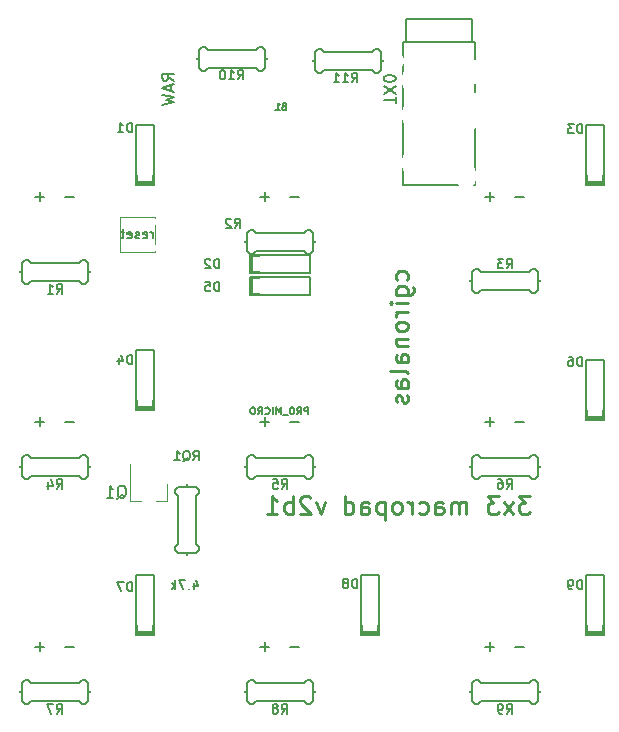
<source format=gbo>
%TF.GenerationSoftware,KiCad,Pcbnew,(5.1.6)-1*%
%TF.CreationDate,2020-12-18T23:07:11-06:00*%
%TF.ProjectId,macropad_3x3,6d616372-6f70-4616-945f-3378332e6b69,rev?*%
%TF.SameCoordinates,Original*%
%TF.FileFunction,Legend,Bot*%
%TF.FilePolarity,Positive*%
%FSLAX46Y46*%
G04 Gerber Fmt 4.6, Leading zero omitted, Abs format (unit mm)*
G04 Created by KiCad (PCBNEW (5.1.6)-1) date 2020-12-18 23:07:11*
%MOMM*%
%LPD*%
G01*
G04 APERTURE LIST*
%ADD10C,0.228600*%
%ADD11C,0.254000*%
%ADD12C,0.150000*%
%ADD13C,0.120000*%
%ADD14C,0.127000*%
%ADD15C,2.101600*%
%ADD16R,2.101600X3.301600*%
%ADD17R,2.101600X2.101600*%
%ADD18R,0.901600X2.001600*%
%ADD19C,1.701600*%
%ADD20R,1.601600X1.301600*%
%ADD21R,1.301600X1.601600*%
%ADD22C,2.351600*%
%ADD23C,4.089400*%
%ADD24C,1.851600*%
%ADD25C,1.801600*%
%ADD26C,0.901600*%
%ADD27C,2.006600*%
%ADD28R,2.006600X2.006600*%
%ADD29R,1.701600X1.701600*%
%ADD30R,1.301600X1.701600*%
%ADD31R,1.701600X1.301600*%
%ADD32O,1.701600X2.101600*%
%ADD33R,0.801600X0.601600*%
%ADD34C,2.082800*%
G04 APERTURE END LIST*
D10*
X61567142Y-42323357D02*
X61638571Y-42180500D01*
X61638571Y-41894785D01*
X61567142Y-41751928D01*
X61495714Y-41680500D01*
X61352857Y-41609071D01*
X60924285Y-41609071D01*
X60781428Y-41680500D01*
X60710000Y-41751928D01*
X60638571Y-41894785D01*
X60638571Y-42180500D01*
X60710000Y-42323357D01*
X60638571Y-43609071D02*
X61852857Y-43609071D01*
X61995714Y-43537642D01*
X62067142Y-43466214D01*
X62138571Y-43323357D01*
X62138571Y-43109071D01*
X62067142Y-42966214D01*
X61567142Y-43609071D02*
X61638571Y-43466214D01*
X61638571Y-43180500D01*
X61567142Y-43037642D01*
X61495714Y-42966214D01*
X61352857Y-42894785D01*
X60924285Y-42894785D01*
X60781428Y-42966214D01*
X60710000Y-43037642D01*
X60638571Y-43180500D01*
X60638571Y-43466214D01*
X60710000Y-43609071D01*
X61638571Y-44323357D02*
X60638571Y-44323357D01*
X60138571Y-44323357D02*
X60210000Y-44251928D01*
X60281428Y-44323357D01*
X60210000Y-44394785D01*
X60138571Y-44323357D01*
X60281428Y-44323357D01*
X61638571Y-45037642D02*
X60638571Y-45037642D01*
X60924285Y-45037642D02*
X60781428Y-45109071D01*
X60710000Y-45180500D01*
X60638571Y-45323357D01*
X60638571Y-45466214D01*
X61638571Y-46180500D02*
X61567142Y-46037642D01*
X61495714Y-45966214D01*
X61352857Y-45894785D01*
X60924285Y-45894785D01*
X60781428Y-45966214D01*
X60710000Y-46037642D01*
X60638571Y-46180500D01*
X60638571Y-46394785D01*
X60710000Y-46537642D01*
X60781428Y-46609071D01*
X60924285Y-46680500D01*
X61352857Y-46680500D01*
X61495714Y-46609071D01*
X61567142Y-46537642D01*
X61638571Y-46394785D01*
X61638571Y-46180500D01*
X60638571Y-47323357D02*
X61638571Y-47323357D01*
X60781428Y-47323357D02*
X60710000Y-47394785D01*
X60638571Y-47537642D01*
X60638571Y-47751928D01*
X60710000Y-47894785D01*
X60852857Y-47966214D01*
X61638571Y-47966214D01*
X61638571Y-49323357D02*
X60852857Y-49323357D01*
X60710000Y-49251928D01*
X60638571Y-49109071D01*
X60638571Y-48823357D01*
X60710000Y-48680500D01*
X61567142Y-49323357D02*
X61638571Y-49180500D01*
X61638571Y-48823357D01*
X61567142Y-48680500D01*
X61424285Y-48609071D01*
X61281428Y-48609071D01*
X61138571Y-48680500D01*
X61067142Y-48823357D01*
X61067142Y-49180500D01*
X60995714Y-49323357D01*
X61638571Y-50251928D02*
X61567142Y-50109071D01*
X61424285Y-50037642D01*
X60138571Y-50037642D01*
X61638571Y-51466214D02*
X60852857Y-51466214D01*
X60710000Y-51394785D01*
X60638571Y-51251928D01*
X60638571Y-50966214D01*
X60710000Y-50823357D01*
X61567142Y-51466214D02*
X61638571Y-51323357D01*
X61638571Y-50966214D01*
X61567142Y-50823357D01*
X61424285Y-50751928D01*
X61281428Y-50751928D01*
X61138571Y-50823357D01*
X61067142Y-50966214D01*
X61067142Y-51323357D01*
X60995714Y-51466214D01*
X61567142Y-52109071D02*
X61638571Y-52251928D01*
X61638571Y-52537642D01*
X61567142Y-52680500D01*
X61424285Y-52751928D01*
X61352857Y-52751928D01*
X61210000Y-52680500D01*
X61138571Y-52537642D01*
X61138571Y-52323357D01*
X61067142Y-52180500D01*
X60924285Y-52109071D01*
X60852857Y-52109071D01*
X60710000Y-52180500D01*
X60638571Y-52323357D01*
X60638571Y-52537642D01*
X60710000Y-52680500D01*
D11*
X71975857Y-60646571D02*
X71047285Y-60646571D01*
X71547285Y-61218000D01*
X71333000Y-61218000D01*
X71190142Y-61289428D01*
X71118714Y-61360857D01*
X71047285Y-61503714D01*
X71047285Y-61860857D01*
X71118714Y-62003714D01*
X71190142Y-62075142D01*
X71333000Y-62146571D01*
X71761571Y-62146571D01*
X71904428Y-62075142D01*
X71975857Y-62003714D01*
X70547285Y-62146571D02*
X69761571Y-61146571D01*
X70547285Y-61146571D02*
X69761571Y-62146571D01*
X69333000Y-60646571D02*
X68404428Y-60646571D01*
X68904428Y-61218000D01*
X68690142Y-61218000D01*
X68547285Y-61289428D01*
X68475857Y-61360857D01*
X68404428Y-61503714D01*
X68404428Y-61860857D01*
X68475857Y-62003714D01*
X68547285Y-62075142D01*
X68690142Y-62146571D01*
X69118714Y-62146571D01*
X69261571Y-62075142D01*
X69333000Y-62003714D01*
X66618714Y-62146571D02*
X66618714Y-61146571D01*
X66618714Y-61289428D02*
X66547285Y-61218000D01*
X66404428Y-61146571D01*
X66190142Y-61146571D01*
X66047285Y-61218000D01*
X65975857Y-61360857D01*
X65975857Y-62146571D01*
X65975857Y-61360857D02*
X65904428Y-61218000D01*
X65761571Y-61146571D01*
X65547285Y-61146571D01*
X65404428Y-61218000D01*
X65333000Y-61360857D01*
X65333000Y-62146571D01*
X63975857Y-62146571D02*
X63975857Y-61360857D01*
X64047285Y-61218000D01*
X64190142Y-61146571D01*
X64475857Y-61146571D01*
X64618714Y-61218000D01*
X63975857Y-62075142D02*
X64118714Y-62146571D01*
X64475857Y-62146571D01*
X64618714Y-62075142D01*
X64690142Y-61932285D01*
X64690142Y-61789428D01*
X64618714Y-61646571D01*
X64475857Y-61575142D01*
X64118714Y-61575142D01*
X63975857Y-61503714D01*
X62618714Y-62075142D02*
X62761571Y-62146571D01*
X63047285Y-62146571D01*
X63190142Y-62075142D01*
X63261571Y-62003714D01*
X63333000Y-61860857D01*
X63333000Y-61432285D01*
X63261571Y-61289428D01*
X63190142Y-61218000D01*
X63047285Y-61146571D01*
X62761571Y-61146571D01*
X62618714Y-61218000D01*
X61975857Y-62146571D02*
X61975857Y-61146571D01*
X61975857Y-61432285D02*
X61904428Y-61289428D01*
X61833000Y-61218000D01*
X61690142Y-61146571D01*
X61547285Y-61146571D01*
X60833000Y-62146571D02*
X60975857Y-62075142D01*
X61047285Y-62003714D01*
X61118714Y-61860857D01*
X61118714Y-61432285D01*
X61047285Y-61289428D01*
X60975857Y-61218000D01*
X60833000Y-61146571D01*
X60618714Y-61146571D01*
X60475857Y-61218000D01*
X60404428Y-61289428D01*
X60333000Y-61432285D01*
X60333000Y-61860857D01*
X60404428Y-62003714D01*
X60475857Y-62075142D01*
X60618714Y-62146571D01*
X60833000Y-62146571D01*
X59690142Y-61146571D02*
X59690142Y-62646571D01*
X59690142Y-61218000D02*
X59547285Y-61146571D01*
X59261571Y-61146571D01*
X59118714Y-61218000D01*
X59047285Y-61289428D01*
X58975857Y-61432285D01*
X58975857Y-61860857D01*
X59047285Y-62003714D01*
X59118714Y-62075142D01*
X59261571Y-62146571D01*
X59547285Y-62146571D01*
X59690142Y-62075142D01*
X57690142Y-62146571D02*
X57690142Y-61360857D01*
X57761571Y-61218000D01*
X57904428Y-61146571D01*
X58190142Y-61146571D01*
X58333000Y-61218000D01*
X57690142Y-62075142D02*
X57833000Y-62146571D01*
X58190142Y-62146571D01*
X58333000Y-62075142D01*
X58404428Y-61932285D01*
X58404428Y-61789428D01*
X58333000Y-61646571D01*
X58190142Y-61575142D01*
X57833000Y-61575142D01*
X57690142Y-61503714D01*
X56333000Y-62146571D02*
X56333000Y-60646571D01*
X56333000Y-62075142D02*
X56475857Y-62146571D01*
X56761571Y-62146571D01*
X56904428Y-62075142D01*
X56975857Y-62003714D01*
X57047285Y-61860857D01*
X57047285Y-61432285D01*
X56975857Y-61289428D01*
X56904428Y-61218000D01*
X56761571Y-61146571D01*
X56475857Y-61146571D01*
X56333000Y-61218000D01*
X54618714Y-61146571D02*
X54261571Y-62146571D01*
X53904428Y-61146571D01*
X53404428Y-60789428D02*
X53333000Y-60718000D01*
X53190142Y-60646571D01*
X52833000Y-60646571D01*
X52690142Y-60718000D01*
X52618714Y-60789428D01*
X52547285Y-60932285D01*
X52547285Y-61075142D01*
X52618714Y-61289428D01*
X53475857Y-62146571D01*
X52547285Y-62146571D01*
X51904428Y-62146571D02*
X51904428Y-60646571D01*
X51904428Y-61218000D02*
X51761571Y-61146571D01*
X51475857Y-61146571D01*
X51333000Y-61218000D01*
X51261571Y-61289428D01*
X51190142Y-61432285D01*
X51190142Y-61860857D01*
X51261571Y-62003714D01*
X51333000Y-62075142D01*
X51475857Y-62146571D01*
X51761571Y-62146571D01*
X51904428Y-62075142D01*
X49761571Y-62146571D02*
X50618714Y-62146571D01*
X50190142Y-62146571D02*
X50190142Y-60646571D01*
X50333000Y-60860857D01*
X50475857Y-61003714D01*
X50618714Y-61075142D01*
D12*
X60618619Y-27400095D02*
X60618619Y-26828666D01*
X59618619Y-27114380D02*
X60618619Y-27114380D01*
X60618619Y-26590571D02*
X59618619Y-25923904D01*
X60618619Y-25923904D02*
X59618619Y-26590571D01*
X60618619Y-25352476D02*
X60618619Y-25257238D01*
X60571000Y-25162000D01*
X60523380Y-25114380D01*
X60428142Y-25066761D01*
X60237666Y-25019142D01*
X59999571Y-25019142D01*
X59809095Y-25066761D01*
X59713857Y-25114380D01*
X59666238Y-25162000D01*
X59618619Y-25257238D01*
X59618619Y-25352476D01*
X59666238Y-25447714D01*
X59713857Y-25495333D01*
X59809095Y-25542952D01*
X59999571Y-25590571D01*
X60237666Y-25590571D01*
X60428142Y-25542952D01*
X60523380Y-25495333D01*
X60571000Y-25447714D01*
X60618619Y-25352476D01*
X41854380Y-25471523D02*
X41378190Y-25138190D01*
X41854380Y-24900095D02*
X40854380Y-24900095D01*
X40854380Y-25281047D01*
X40902000Y-25376285D01*
X40949619Y-25423904D01*
X41044857Y-25471523D01*
X41187714Y-25471523D01*
X41282952Y-25423904D01*
X41330571Y-25376285D01*
X41378190Y-25281047D01*
X41378190Y-24900095D01*
X41568666Y-25852476D02*
X41568666Y-26328666D01*
X41854380Y-25757238D02*
X40854380Y-26090571D01*
X41854380Y-26423904D01*
X40854380Y-26662000D02*
X41854380Y-26900095D01*
X41140095Y-27090571D01*
X41854380Y-27281047D01*
X40854380Y-27519142D01*
D13*
%TO.C,Q1*%
X41267500Y-61085000D02*
X40337500Y-61085000D01*
X38107500Y-61085000D02*
X39037500Y-61085000D01*
X38107500Y-61085000D02*
X38107500Y-57925000D01*
X41267500Y-61085000D02*
X41267500Y-59625000D01*
D12*
%TO.C,R11*%
X53811000Y-23812500D02*
X53303000Y-23812500D01*
X59907000Y-23812500D02*
X59399000Y-23812500D01*
X59399000Y-24574500D02*
X59399000Y-23050500D01*
X59145000Y-24828500D02*
X59399000Y-24574500D01*
X58891000Y-24828500D02*
X59145000Y-24828500D01*
X58637000Y-24574500D02*
X58891000Y-24828500D01*
X54573000Y-24574500D02*
X58637000Y-24574500D01*
X54319000Y-24828500D02*
X54573000Y-24574500D01*
X54065000Y-24828500D02*
X54319000Y-24828500D01*
X53811000Y-24574500D02*
X54065000Y-24828500D01*
X53811000Y-23050500D02*
X53811000Y-24574500D01*
X54065000Y-22796500D02*
X53811000Y-23050500D01*
X54319000Y-22796500D02*
X54065000Y-22796500D01*
X54573000Y-23050500D02*
X54319000Y-22796500D01*
X58637000Y-23050500D02*
X54573000Y-23050500D01*
X58891000Y-22796500D02*
X58637000Y-23050500D01*
X59145000Y-22796500D02*
X58891000Y-22796500D01*
X59399000Y-23050500D02*
X59145000Y-22796500D01*
%TO.C,R10*%
X49556500Y-23622000D02*
X50064500Y-23622000D01*
X43460500Y-23622000D02*
X43968500Y-23622000D01*
X43968500Y-22860000D02*
X43968500Y-24384000D01*
X44222500Y-22606000D02*
X43968500Y-22860000D01*
X44476500Y-22606000D02*
X44222500Y-22606000D01*
X44730500Y-22860000D02*
X44476500Y-22606000D01*
X48794500Y-22860000D02*
X44730500Y-22860000D01*
X49048500Y-22606000D02*
X48794500Y-22860000D01*
X49302500Y-22606000D02*
X49048500Y-22606000D01*
X49556500Y-22860000D02*
X49302500Y-22606000D01*
X49556500Y-24384000D02*
X49556500Y-22860000D01*
X49302500Y-24638000D02*
X49556500Y-24384000D01*
X49048500Y-24638000D02*
X49302500Y-24638000D01*
X48794500Y-24384000D02*
X49048500Y-24638000D01*
X44730500Y-24384000D02*
X48794500Y-24384000D01*
X44476500Y-24638000D02*
X44730500Y-24384000D01*
X44222500Y-24638000D02*
X44476500Y-24638000D01*
X43968500Y-24384000D02*
X44222500Y-24638000D01*
%TO.C,R9*%
X67056000Y-77216000D02*
X66548000Y-77216000D01*
X73152000Y-77216000D02*
X72644000Y-77216000D01*
X72644000Y-77978000D02*
X72644000Y-76454000D01*
X72390000Y-78232000D02*
X72644000Y-77978000D01*
X72136000Y-78232000D02*
X72390000Y-78232000D01*
X71882000Y-77978000D02*
X72136000Y-78232000D01*
X67818000Y-77978000D02*
X71882000Y-77978000D01*
X67564000Y-78232000D02*
X67818000Y-77978000D01*
X67310000Y-78232000D02*
X67564000Y-78232000D01*
X67056000Y-77978000D02*
X67310000Y-78232000D01*
X67056000Y-76454000D02*
X67056000Y-77978000D01*
X67310000Y-76200000D02*
X67056000Y-76454000D01*
X67564000Y-76200000D02*
X67310000Y-76200000D01*
X67818000Y-76454000D02*
X67564000Y-76200000D01*
X71882000Y-76454000D02*
X67818000Y-76454000D01*
X72136000Y-76200000D02*
X71882000Y-76454000D01*
X72390000Y-76200000D02*
X72136000Y-76200000D01*
X72644000Y-76454000D02*
X72390000Y-76200000D01*
%TO.C,R8*%
X48006000Y-77216000D02*
X47498000Y-77216000D01*
X54102000Y-77216000D02*
X53594000Y-77216000D01*
X53594000Y-77978000D02*
X53594000Y-76454000D01*
X53340000Y-78232000D02*
X53594000Y-77978000D01*
X53086000Y-78232000D02*
X53340000Y-78232000D01*
X52832000Y-77978000D02*
X53086000Y-78232000D01*
X48768000Y-77978000D02*
X52832000Y-77978000D01*
X48514000Y-78232000D02*
X48768000Y-77978000D01*
X48260000Y-78232000D02*
X48514000Y-78232000D01*
X48006000Y-77978000D02*
X48260000Y-78232000D01*
X48006000Y-76454000D02*
X48006000Y-77978000D01*
X48260000Y-76200000D02*
X48006000Y-76454000D01*
X48514000Y-76200000D02*
X48260000Y-76200000D01*
X48768000Y-76454000D02*
X48514000Y-76200000D01*
X52832000Y-76454000D02*
X48768000Y-76454000D01*
X53086000Y-76200000D02*
X52832000Y-76454000D01*
X53340000Y-76200000D02*
X53086000Y-76200000D01*
X53594000Y-76454000D02*
X53340000Y-76200000D01*
%TO.C,R7*%
X28956000Y-77216000D02*
X28448000Y-77216000D01*
X35052000Y-77216000D02*
X34544000Y-77216000D01*
X34544000Y-77978000D02*
X34544000Y-76454000D01*
X34290000Y-78232000D02*
X34544000Y-77978000D01*
X34036000Y-78232000D02*
X34290000Y-78232000D01*
X33782000Y-77978000D02*
X34036000Y-78232000D01*
X29718000Y-77978000D02*
X33782000Y-77978000D01*
X29464000Y-78232000D02*
X29718000Y-77978000D01*
X29210000Y-78232000D02*
X29464000Y-78232000D01*
X28956000Y-77978000D02*
X29210000Y-78232000D01*
X28956000Y-76454000D02*
X28956000Y-77978000D01*
X29210000Y-76200000D02*
X28956000Y-76454000D01*
X29464000Y-76200000D02*
X29210000Y-76200000D01*
X29718000Y-76454000D02*
X29464000Y-76200000D01*
X33782000Y-76454000D02*
X29718000Y-76454000D01*
X34036000Y-76200000D02*
X33782000Y-76454000D01*
X34290000Y-76200000D02*
X34036000Y-76200000D01*
X34544000Y-76454000D02*
X34290000Y-76200000D01*
%TO.C,R6*%
X67056000Y-58166000D02*
X66548000Y-58166000D01*
X73152000Y-58166000D02*
X72644000Y-58166000D01*
X72644000Y-58928000D02*
X72644000Y-57404000D01*
X72390000Y-59182000D02*
X72644000Y-58928000D01*
X72136000Y-59182000D02*
X72390000Y-59182000D01*
X71882000Y-58928000D02*
X72136000Y-59182000D01*
X67818000Y-58928000D02*
X71882000Y-58928000D01*
X67564000Y-59182000D02*
X67818000Y-58928000D01*
X67310000Y-59182000D02*
X67564000Y-59182000D01*
X67056000Y-58928000D02*
X67310000Y-59182000D01*
X67056000Y-57404000D02*
X67056000Y-58928000D01*
X67310000Y-57150000D02*
X67056000Y-57404000D01*
X67564000Y-57150000D02*
X67310000Y-57150000D01*
X67818000Y-57404000D02*
X67564000Y-57150000D01*
X71882000Y-57404000D02*
X67818000Y-57404000D01*
X72136000Y-57150000D02*
X71882000Y-57404000D01*
X72390000Y-57150000D02*
X72136000Y-57150000D01*
X72644000Y-57404000D02*
X72390000Y-57150000D01*
%TO.C,R5*%
X48006000Y-58166000D02*
X47498000Y-58166000D01*
X54102000Y-58166000D02*
X53594000Y-58166000D01*
X53594000Y-58928000D02*
X53594000Y-57404000D01*
X53340000Y-59182000D02*
X53594000Y-58928000D01*
X53086000Y-59182000D02*
X53340000Y-59182000D01*
X52832000Y-58928000D02*
X53086000Y-59182000D01*
X48768000Y-58928000D02*
X52832000Y-58928000D01*
X48514000Y-59182000D02*
X48768000Y-58928000D01*
X48260000Y-59182000D02*
X48514000Y-59182000D01*
X48006000Y-58928000D02*
X48260000Y-59182000D01*
X48006000Y-57404000D02*
X48006000Y-58928000D01*
X48260000Y-57150000D02*
X48006000Y-57404000D01*
X48514000Y-57150000D02*
X48260000Y-57150000D01*
X48768000Y-57404000D02*
X48514000Y-57150000D01*
X52832000Y-57404000D02*
X48768000Y-57404000D01*
X53086000Y-57150000D02*
X52832000Y-57404000D01*
X53340000Y-57150000D02*
X53086000Y-57150000D01*
X53594000Y-57404000D02*
X53340000Y-57150000D01*
%TO.C,R4*%
X28956000Y-58166000D02*
X28448000Y-58166000D01*
X35052000Y-58166000D02*
X34544000Y-58166000D01*
X34544000Y-58928000D02*
X34544000Y-57404000D01*
X34290000Y-59182000D02*
X34544000Y-58928000D01*
X34036000Y-59182000D02*
X34290000Y-59182000D01*
X33782000Y-58928000D02*
X34036000Y-59182000D01*
X29718000Y-58928000D02*
X33782000Y-58928000D01*
X29464000Y-59182000D02*
X29718000Y-58928000D01*
X29210000Y-59182000D02*
X29464000Y-59182000D01*
X28956000Y-58928000D02*
X29210000Y-59182000D01*
X28956000Y-57404000D02*
X28956000Y-58928000D01*
X29210000Y-57150000D02*
X28956000Y-57404000D01*
X29464000Y-57150000D02*
X29210000Y-57150000D01*
X29718000Y-57404000D02*
X29464000Y-57150000D01*
X33782000Y-57404000D02*
X29718000Y-57404000D01*
X34036000Y-57150000D02*
X33782000Y-57404000D01*
X34290000Y-57150000D02*
X34036000Y-57150000D01*
X34544000Y-57404000D02*
X34290000Y-57150000D01*
%TO.C,R3*%
X67056000Y-42418000D02*
X66548000Y-42418000D01*
X73152000Y-42418000D02*
X72644000Y-42418000D01*
X72644000Y-43180000D02*
X72644000Y-41656000D01*
X72390000Y-43434000D02*
X72644000Y-43180000D01*
X72136000Y-43434000D02*
X72390000Y-43434000D01*
X71882000Y-43180000D02*
X72136000Y-43434000D01*
X67818000Y-43180000D02*
X71882000Y-43180000D01*
X67564000Y-43434000D02*
X67818000Y-43180000D01*
X67310000Y-43434000D02*
X67564000Y-43434000D01*
X67056000Y-43180000D02*
X67310000Y-43434000D01*
X67056000Y-41656000D02*
X67056000Y-43180000D01*
X67310000Y-41402000D02*
X67056000Y-41656000D01*
X67564000Y-41402000D02*
X67310000Y-41402000D01*
X67818000Y-41656000D02*
X67564000Y-41402000D01*
X71882000Y-41656000D02*
X67818000Y-41656000D01*
X72136000Y-41402000D02*
X71882000Y-41656000D01*
X72390000Y-41402000D02*
X72136000Y-41402000D01*
X72644000Y-41656000D02*
X72390000Y-41402000D01*
%TO.C,R2*%
X48006000Y-39116000D02*
X47498000Y-39116000D01*
X54102000Y-39116000D02*
X53594000Y-39116000D01*
X53594000Y-39878000D02*
X53594000Y-38354000D01*
X53340000Y-40132000D02*
X53594000Y-39878000D01*
X53086000Y-40132000D02*
X53340000Y-40132000D01*
X52832000Y-39878000D02*
X53086000Y-40132000D01*
X48768000Y-39878000D02*
X52832000Y-39878000D01*
X48514000Y-40132000D02*
X48768000Y-39878000D01*
X48260000Y-40132000D02*
X48514000Y-40132000D01*
X48006000Y-39878000D02*
X48260000Y-40132000D01*
X48006000Y-38354000D02*
X48006000Y-39878000D01*
X48260000Y-38100000D02*
X48006000Y-38354000D01*
X48514000Y-38100000D02*
X48260000Y-38100000D01*
X48768000Y-38354000D02*
X48514000Y-38100000D01*
X52832000Y-38354000D02*
X48768000Y-38354000D01*
X53086000Y-38100000D02*
X52832000Y-38354000D01*
X53340000Y-38100000D02*
X53086000Y-38100000D01*
X53594000Y-38354000D02*
X53340000Y-38100000D01*
%TO.C,R1*%
X28956000Y-41656000D02*
X28448000Y-41656000D01*
X35052000Y-41656000D02*
X34544000Y-41656000D01*
X34544000Y-42418000D02*
X34544000Y-40894000D01*
X34290000Y-42672000D02*
X34544000Y-42418000D01*
X34036000Y-42672000D02*
X34290000Y-42672000D01*
X33782000Y-42418000D02*
X34036000Y-42672000D01*
X29718000Y-42418000D02*
X33782000Y-42418000D01*
X29464000Y-42672000D02*
X29718000Y-42418000D01*
X29210000Y-42672000D02*
X29464000Y-42672000D01*
X28956000Y-42418000D02*
X29210000Y-42672000D01*
X28956000Y-40894000D02*
X28956000Y-42418000D01*
X29210000Y-40640000D02*
X28956000Y-40894000D01*
X29464000Y-40640000D02*
X29210000Y-40640000D01*
X29718000Y-40894000D02*
X29464000Y-40640000D01*
X33782000Y-40894000D02*
X29718000Y-40894000D01*
X34036000Y-40640000D02*
X33782000Y-40894000D01*
X34290000Y-40640000D02*
X34036000Y-40640000D01*
X34544000Y-40894000D02*
X34290000Y-40640000D01*
%TO.C,RQ1*%
X43688000Y-59907000D02*
X43942000Y-60161000D01*
X43942000Y-60161000D02*
X43942000Y-60415000D01*
X43942000Y-60415000D02*
X43688000Y-60669000D01*
X43688000Y-60669000D02*
X43688000Y-64733000D01*
X43688000Y-64733000D02*
X43942000Y-64987000D01*
X43942000Y-64987000D02*
X43942000Y-65241000D01*
X43942000Y-65241000D02*
X43688000Y-65495000D01*
X43688000Y-65495000D02*
X42164000Y-65495000D01*
X42164000Y-65495000D02*
X41910000Y-65241000D01*
X41910000Y-65241000D02*
X41910000Y-64987000D01*
X41910000Y-64987000D02*
X42164000Y-64733000D01*
X42164000Y-64733000D02*
X42164000Y-60669000D01*
X42164000Y-60669000D02*
X41910000Y-60415000D01*
X41910000Y-60415000D02*
X41910000Y-60161000D01*
X41910000Y-60161000D02*
X42164000Y-59907000D01*
X42164000Y-59907000D02*
X43688000Y-59907000D01*
X42926000Y-59399000D02*
X42926000Y-59907000D01*
X42926000Y-65495000D02*
X42926000Y-66003000D01*
%TO.C,D9*%
X76708000Y-67310000D02*
X76708000Y-72390000D01*
X76708000Y-72390000D02*
X78232000Y-72390000D01*
X78232000Y-72390000D02*
X78232000Y-67310000D01*
X78232000Y-67310000D02*
X76708000Y-67310000D01*
X76708000Y-72009000D02*
X78232000Y-72009000D01*
X78232000Y-72136000D02*
X76708000Y-72136000D01*
X76708000Y-72263000D02*
X78232000Y-72263000D01*
X78232000Y-71882000D02*
X76708000Y-71882000D01*
X76708000Y-71755000D02*
X78232000Y-71755000D01*
X76708000Y-71628000D02*
X78232000Y-71628000D01*
%TO.C,D8*%
X57658000Y-67310000D02*
X57658000Y-72390000D01*
X57658000Y-72390000D02*
X59182000Y-72390000D01*
X59182000Y-72390000D02*
X59182000Y-67310000D01*
X59182000Y-67310000D02*
X57658000Y-67310000D01*
X57658000Y-72009000D02*
X59182000Y-72009000D01*
X59182000Y-72136000D02*
X57658000Y-72136000D01*
X57658000Y-72263000D02*
X59182000Y-72263000D01*
X59182000Y-71882000D02*
X57658000Y-71882000D01*
X57658000Y-71755000D02*
X59182000Y-71755000D01*
X57658000Y-71628000D02*
X59182000Y-71628000D01*
%TO.C,D7*%
X38608000Y-67310000D02*
X38608000Y-72390000D01*
X38608000Y-72390000D02*
X40132000Y-72390000D01*
X40132000Y-72390000D02*
X40132000Y-67310000D01*
X40132000Y-67310000D02*
X38608000Y-67310000D01*
X38608000Y-72009000D02*
X40132000Y-72009000D01*
X40132000Y-72136000D02*
X38608000Y-72136000D01*
X38608000Y-72263000D02*
X40132000Y-72263000D01*
X40132000Y-71882000D02*
X38608000Y-71882000D01*
X38608000Y-71755000D02*
X40132000Y-71755000D01*
X38608000Y-71628000D02*
X40132000Y-71628000D01*
%TO.C,D6*%
X76708000Y-49122500D02*
X76708000Y-54202500D01*
X76708000Y-54202500D02*
X78232000Y-54202500D01*
X78232000Y-54202500D02*
X78232000Y-49122500D01*
X78232000Y-49122500D02*
X76708000Y-49122500D01*
X76708000Y-53821500D02*
X78232000Y-53821500D01*
X78232000Y-53948500D02*
X76708000Y-53948500D01*
X76708000Y-54075500D02*
X78232000Y-54075500D01*
X78232000Y-53694500D02*
X76708000Y-53694500D01*
X76708000Y-53567500D02*
X78232000Y-53567500D01*
X76708000Y-53440500D02*
X78232000Y-53440500D01*
%TO.C,D5*%
X53340000Y-42100500D02*
X48260000Y-42100500D01*
X48260000Y-42100500D02*
X48260000Y-43624500D01*
X48260000Y-43624500D02*
X53340000Y-43624500D01*
X53340000Y-43624500D02*
X53340000Y-42100500D01*
X48641000Y-42100500D02*
X48641000Y-43624500D01*
X48514000Y-43624500D02*
X48514000Y-42100500D01*
X48387000Y-42100500D02*
X48387000Y-43624500D01*
X48768000Y-43624500D02*
X48768000Y-42100500D01*
X48895000Y-42100500D02*
X48895000Y-43624500D01*
X49022000Y-42100500D02*
X49022000Y-43624500D01*
%TO.C,D4*%
X38608000Y-48260000D02*
X38608000Y-53340000D01*
X38608000Y-53340000D02*
X40132000Y-53340000D01*
X40132000Y-53340000D02*
X40132000Y-48260000D01*
X40132000Y-48260000D02*
X38608000Y-48260000D01*
X38608000Y-52959000D02*
X40132000Y-52959000D01*
X40132000Y-53086000D02*
X38608000Y-53086000D01*
X38608000Y-53213000D02*
X40132000Y-53213000D01*
X40132000Y-52832000D02*
X38608000Y-52832000D01*
X38608000Y-52705000D02*
X40132000Y-52705000D01*
X38608000Y-52578000D02*
X40132000Y-52578000D01*
%TO.C,D3*%
X76708000Y-29210000D02*
X76708000Y-34290000D01*
X76708000Y-34290000D02*
X78232000Y-34290000D01*
X78232000Y-34290000D02*
X78232000Y-29210000D01*
X78232000Y-29210000D02*
X76708000Y-29210000D01*
X76708000Y-33909000D02*
X78232000Y-33909000D01*
X78232000Y-34036000D02*
X76708000Y-34036000D01*
X76708000Y-34163000D02*
X78232000Y-34163000D01*
X78232000Y-33782000D02*
X76708000Y-33782000D01*
X76708000Y-33655000D02*
X78232000Y-33655000D01*
X76708000Y-33528000D02*
X78232000Y-33528000D01*
%TO.C,D2*%
X53340000Y-40259000D02*
X48260000Y-40259000D01*
X48260000Y-40259000D02*
X48260000Y-41783000D01*
X48260000Y-41783000D02*
X53340000Y-41783000D01*
X53340000Y-41783000D02*
X53340000Y-40259000D01*
X48641000Y-40259000D02*
X48641000Y-41783000D01*
X48514000Y-41783000D02*
X48514000Y-40259000D01*
X48387000Y-40259000D02*
X48387000Y-41783000D01*
X48768000Y-41783000D02*
X48768000Y-40259000D01*
X48895000Y-40259000D02*
X48895000Y-41783000D01*
X49022000Y-40259000D02*
X49022000Y-41783000D01*
%TO.C,D1*%
X38608000Y-29210000D02*
X38608000Y-34290000D01*
X38608000Y-34290000D02*
X40132000Y-34290000D01*
X40132000Y-34290000D02*
X40132000Y-29210000D01*
X40132000Y-29210000D02*
X38608000Y-29210000D01*
X38608000Y-33909000D02*
X40132000Y-33909000D01*
X40132000Y-34036000D02*
X38608000Y-34036000D01*
X38608000Y-34163000D02*
X40132000Y-34163000D01*
X40132000Y-33782000D02*
X38608000Y-33782000D01*
X38608000Y-33655000D02*
X40132000Y-33655000D01*
X38608000Y-33528000D02*
X40132000Y-33528000D01*
%TO.C,U1*%
X61243750Y-22225000D02*
X67343750Y-22225000D01*
X61243750Y-34325000D02*
X67343750Y-34325000D01*
X61243750Y-22225000D02*
X61243750Y-34325000D01*
X67343750Y-22225000D02*
X67343750Y-34325000D01*
X61493750Y-22225000D02*
X61493750Y-20225000D01*
X67093750Y-22225000D02*
X67093750Y-20225000D01*
X61493750Y-20225000D02*
X67093750Y-20225000D01*
D13*
%TO.C,reset*%
X40257000Y-40024000D02*
X37257000Y-40024000D01*
X40257000Y-37024000D02*
X37257000Y-37024000D01*
X40257000Y-40024000D02*
X40257000Y-37024000D01*
X37257000Y-40024000D02*
X37257000Y-37024000D01*
%TO.C,Q1*%
D12*
X37052238Y-60872619D02*
X37147476Y-60825000D01*
X37242714Y-60729761D01*
X37385571Y-60586904D01*
X37480809Y-60539285D01*
X37576047Y-60539285D01*
X37528428Y-60777380D02*
X37623666Y-60729761D01*
X37718904Y-60634523D01*
X37766523Y-60444047D01*
X37766523Y-60110714D01*
X37718904Y-59920238D01*
X37623666Y-59825000D01*
X37528428Y-59777380D01*
X37337952Y-59777380D01*
X37242714Y-59825000D01*
X37147476Y-59920238D01*
X37099857Y-60110714D01*
X37099857Y-60444047D01*
X37147476Y-60634523D01*
X37242714Y-60729761D01*
X37337952Y-60777380D01*
X37528428Y-60777380D01*
X36147476Y-60777380D02*
X36718904Y-60777380D01*
X36433190Y-60777380D02*
X36433190Y-59777380D01*
X36528428Y-59920238D01*
X36623666Y-60015476D01*
X36718904Y-60063095D01*
%TO.C,R11*%
X56902285Y-25634904D02*
X57168952Y-25253952D01*
X57359428Y-25634904D02*
X57359428Y-24834904D01*
X57054666Y-24834904D01*
X56978476Y-24873000D01*
X56940380Y-24911095D01*
X56902285Y-24987285D01*
X56902285Y-25101571D01*
X56940380Y-25177761D01*
X56978476Y-25215857D01*
X57054666Y-25253952D01*
X57359428Y-25253952D01*
X56140380Y-25634904D02*
X56597523Y-25634904D01*
X56368952Y-25634904D02*
X56368952Y-24834904D01*
X56445142Y-24949190D01*
X56521333Y-25025380D01*
X56597523Y-25063476D01*
X55378476Y-25634904D02*
X55835619Y-25634904D01*
X55607047Y-25634904D02*
X55607047Y-24834904D01*
X55683238Y-24949190D01*
X55759428Y-25025380D01*
X55835619Y-25063476D01*
%TO.C,R10*%
X47251385Y-25380904D02*
X47518052Y-24999952D01*
X47708528Y-25380904D02*
X47708528Y-24580904D01*
X47403766Y-24580904D01*
X47327576Y-24619000D01*
X47289480Y-24657095D01*
X47251385Y-24733285D01*
X47251385Y-24847571D01*
X47289480Y-24923761D01*
X47327576Y-24961857D01*
X47403766Y-24999952D01*
X47708528Y-24999952D01*
X46489480Y-25380904D02*
X46946623Y-25380904D01*
X46718052Y-25380904D02*
X46718052Y-24580904D01*
X46794242Y-24695190D01*
X46870433Y-24771380D01*
X46946623Y-24809476D01*
X45994242Y-24580904D02*
X45918052Y-24580904D01*
X45841861Y-24619000D01*
X45803766Y-24657095D01*
X45765671Y-24733285D01*
X45727576Y-24885666D01*
X45727576Y-25076142D01*
X45765671Y-25228523D01*
X45803766Y-25304714D01*
X45841861Y-25342809D01*
X45918052Y-25380904D01*
X45994242Y-25380904D01*
X46070433Y-25342809D01*
X46108528Y-25304714D01*
X46146623Y-25228523D01*
X46184719Y-25076142D01*
X46184719Y-24885666D01*
X46146623Y-24733285D01*
X46108528Y-24657095D01*
X46070433Y-24619000D01*
X45994242Y-24580904D01*
%TO.C,R9*%
X70008733Y-79077904D02*
X70275400Y-78696952D01*
X70465876Y-79077904D02*
X70465876Y-78277904D01*
X70161114Y-78277904D01*
X70084923Y-78316000D01*
X70046828Y-78354095D01*
X70008733Y-78430285D01*
X70008733Y-78544571D01*
X70046828Y-78620761D01*
X70084923Y-78658857D01*
X70161114Y-78696952D01*
X70465876Y-78696952D01*
X69627780Y-79077904D02*
X69475400Y-79077904D01*
X69399209Y-79039809D01*
X69361114Y-79001714D01*
X69284923Y-78887428D01*
X69246828Y-78735047D01*
X69246828Y-78430285D01*
X69284923Y-78354095D01*
X69323019Y-78316000D01*
X69399209Y-78277904D01*
X69551590Y-78277904D01*
X69627780Y-78316000D01*
X69665876Y-78354095D01*
X69703971Y-78430285D01*
X69703971Y-78620761D01*
X69665876Y-78696952D01*
X69627780Y-78735047D01*
X69551590Y-78773142D01*
X69399209Y-78773142D01*
X69323019Y-78735047D01*
X69284923Y-78696952D01*
X69246828Y-78620761D01*
%TO.C,R8*%
X50958733Y-79077904D02*
X51225400Y-78696952D01*
X51415876Y-79077904D02*
X51415876Y-78277904D01*
X51111114Y-78277904D01*
X51034923Y-78316000D01*
X50996828Y-78354095D01*
X50958733Y-78430285D01*
X50958733Y-78544571D01*
X50996828Y-78620761D01*
X51034923Y-78658857D01*
X51111114Y-78696952D01*
X51415876Y-78696952D01*
X50501590Y-78620761D02*
X50577780Y-78582666D01*
X50615876Y-78544571D01*
X50653971Y-78468380D01*
X50653971Y-78430285D01*
X50615876Y-78354095D01*
X50577780Y-78316000D01*
X50501590Y-78277904D01*
X50349209Y-78277904D01*
X50273019Y-78316000D01*
X50234923Y-78354095D01*
X50196828Y-78430285D01*
X50196828Y-78468380D01*
X50234923Y-78544571D01*
X50273019Y-78582666D01*
X50349209Y-78620761D01*
X50501590Y-78620761D01*
X50577780Y-78658857D01*
X50615876Y-78696952D01*
X50653971Y-78773142D01*
X50653971Y-78925523D01*
X50615876Y-79001714D01*
X50577780Y-79039809D01*
X50501590Y-79077904D01*
X50349209Y-79077904D01*
X50273019Y-79039809D01*
X50234923Y-79001714D01*
X50196828Y-78925523D01*
X50196828Y-78773142D01*
X50234923Y-78696952D01*
X50273019Y-78658857D01*
X50349209Y-78620761D01*
%TO.C,R7*%
X31908733Y-79077904D02*
X32175400Y-78696952D01*
X32365876Y-79077904D02*
X32365876Y-78277904D01*
X32061114Y-78277904D01*
X31984923Y-78316000D01*
X31946828Y-78354095D01*
X31908733Y-78430285D01*
X31908733Y-78544571D01*
X31946828Y-78620761D01*
X31984923Y-78658857D01*
X32061114Y-78696952D01*
X32365876Y-78696952D01*
X31642066Y-78277904D02*
X31108733Y-78277904D01*
X31451590Y-79077904D01*
%TO.C,R6*%
X70008733Y-60027904D02*
X70275400Y-59646952D01*
X70465876Y-60027904D02*
X70465876Y-59227904D01*
X70161114Y-59227904D01*
X70084923Y-59266000D01*
X70046828Y-59304095D01*
X70008733Y-59380285D01*
X70008733Y-59494571D01*
X70046828Y-59570761D01*
X70084923Y-59608857D01*
X70161114Y-59646952D01*
X70465876Y-59646952D01*
X69323019Y-59227904D02*
X69475400Y-59227904D01*
X69551590Y-59266000D01*
X69589685Y-59304095D01*
X69665876Y-59418380D01*
X69703971Y-59570761D01*
X69703971Y-59875523D01*
X69665876Y-59951714D01*
X69627780Y-59989809D01*
X69551590Y-60027904D01*
X69399209Y-60027904D01*
X69323019Y-59989809D01*
X69284923Y-59951714D01*
X69246828Y-59875523D01*
X69246828Y-59685047D01*
X69284923Y-59608857D01*
X69323019Y-59570761D01*
X69399209Y-59532666D01*
X69551590Y-59532666D01*
X69627780Y-59570761D01*
X69665876Y-59608857D01*
X69703971Y-59685047D01*
%TO.C,R5*%
X50958733Y-60027904D02*
X51225400Y-59646952D01*
X51415876Y-60027904D02*
X51415876Y-59227904D01*
X51111114Y-59227904D01*
X51034923Y-59266000D01*
X50996828Y-59304095D01*
X50958733Y-59380285D01*
X50958733Y-59494571D01*
X50996828Y-59570761D01*
X51034923Y-59608857D01*
X51111114Y-59646952D01*
X51415876Y-59646952D01*
X50234923Y-59227904D02*
X50615876Y-59227904D01*
X50653971Y-59608857D01*
X50615876Y-59570761D01*
X50539685Y-59532666D01*
X50349209Y-59532666D01*
X50273019Y-59570761D01*
X50234923Y-59608857D01*
X50196828Y-59685047D01*
X50196828Y-59875523D01*
X50234923Y-59951714D01*
X50273019Y-59989809D01*
X50349209Y-60027904D01*
X50539685Y-60027904D01*
X50615876Y-59989809D01*
X50653971Y-59951714D01*
%TO.C,R4*%
X31908733Y-60027904D02*
X32175400Y-59646952D01*
X32365876Y-60027904D02*
X32365876Y-59227904D01*
X32061114Y-59227904D01*
X31984923Y-59266000D01*
X31946828Y-59304095D01*
X31908733Y-59380285D01*
X31908733Y-59494571D01*
X31946828Y-59570761D01*
X31984923Y-59608857D01*
X32061114Y-59646952D01*
X32365876Y-59646952D01*
X31223019Y-59494571D02*
X31223019Y-60027904D01*
X31413495Y-59189809D02*
X31603971Y-59761238D01*
X31108733Y-59761238D01*
%TO.C,R3*%
X70008733Y-41382904D02*
X70275400Y-41001952D01*
X70465876Y-41382904D02*
X70465876Y-40582904D01*
X70161114Y-40582904D01*
X70084923Y-40621000D01*
X70046828Y-40659095D01*
X70008733Y-40735285D01*
X70008733Y-40849571D01*
X70046828Y-40925761D01*
X70084923Y-40963857D01*
X70161114Y-41001952D01*
X70465876Y-41001952D01*
X69742066Y-40582904D02*
X69246828Y-40582904D01*
X69513495Y-40887666D01*
X69399209Y-40887666D01*
X69323019Y-40925761D01*
X69284923Y-40963857D01*
X69246828Y-41040047D01*
X69246828Y-41230523D01*
X69284923Y-41306714D01*
X69323019Y-41344809D01*
X69399209Y-41382904D01*
X69627780Y-41382904D01*
X69703971Y-41344809D01*
X69742066Y-41306714D01*
%TO.C,R2*%
X46996333Y-37953904D02*
X47263000Y-37572952D01*
X47453476Y-37953904D02*
X47453476Y-37153904D01*
X47148714Y-37153904D01*
X47072523Y-37192000D01*
X47034428Y-37230095D01*
X46996333Y-37306285D01*
X46996333Y-37420571D01*
X47034428Y-37496761D01*
X47072523Y-37534857D01*
X47148714Y-37572952D01*
X47453476Y-37572952D01*
X46691571Y-37230095D02*
X46653476Y-37192000D01*
X46577285Y-37153904D01*
X46386809Y-37153904D01*
X46310619Y-37192000D01*
X46272523Y-37230095D01*
X46234428Y-37306285D01*
X46234428Y-37382476D01*
X46272523Y-37496761D01*
X46729666Y-37953904D01*
X46234428Y-37953904D01*
%TO.C,R1*%
X31908733Y-43517904D02*
X32175400Y-43136952D01*
X32365876Y-43517904D02*
X32365876Y-42717904D01*
X32061114Y-42717904D01*
X31984923Y-42756000D01*
X31946828Y-42794095D01*
X31908733Y-42870285D01*
X31908733Y-42984571D01*
X31946828Y-43060761D01*
X31984923Y-43098857D01*
X32061114Y-43136952D01*
X32365876Y-43136952D01*
X31146828Y-43517904D02*
X31603971Y-43517904D01*
X31375400Y-43517904D02*
X31375400Y-42717904D01*
X31451590Y-42832190D01*
X31527780Y-42908380D01*
X31603971Y-42946476D01*
%TO.C,RQ1*%
X43478380Y-57638904D02*
X43745047Y-57257952D01*
X43935523Y-57638904D02*
X43935523Y-56838904D01*
X43630761Y-56838904D01*
X43554571Y-56877000D01*
X43516476Y-56915095D01*
X43478380Y-56991285D01*
X43478380Y-57105571D01*
X43516476Y-57181761D01*
X43554571Y-57219857D01*
X43630761Y-57257952D01*
X43935523Y-57257952D01*
X42602190Y-57715095D02*
X42678380Y-57677000D01*
X42754571Y-57600809D01*
X42868857Y-57486523D01*
X42945047Y-57448428D01*
X43021238Y-57448428D01*
X42983142Y-57638904D02*
X43059333Y-57600809D01*
X43135523Y-57524619D01*
X43173619Y-57372238D01*
X43173619Y-57105571D01*
X43135523Y-56953190D01*
X43059333Y-56877000D01*
X42983142Y-56838904D01*
X42830761Y-56838904D01*
X42754571Y-56877000D01*
X42678380Y-56953190D01*
X42640285Y-57105571D01*
X42640285Y-57372238D01*
X42678380Y-57524619D01*
X42754571Y-57600809D01*
X42830761Y-57638904D01*
X42983142Y-57638904D01*
X41878380Y-57638904D02*
X42335523Y-57638904D01*
X42106952Y-57638904D02*
X42106952Y-56838904D01*
X42183142Y-56953190D01*
X42259333Y-57029380D01*
X42335523Y-57067476D01*
X43541857Y-68027571D02*
X43541857Y-68560904D01*
X43732333Y-67722809D02*
X43922809Y-68294238D01*
X43427571Y-68294238D01*
X43122809Y-68484714D02*
X43084714Y-68522809D01*
X43122809Y-68560904D01*
X43160904Y-68522809D01*
X43122809Y-68484714D01*
X43122809Y-68560904D01*
X42818047Y-67760904D02*
X42284714Y-67760904D01*
X42627571Y-68560904D01*
X41979952Y-68560904D02*
X41979952Y-67760904D01*
X41903761Y-68256142D02*
X41675190Y-68560904D01*
X41675190Y-68027571D02*
X41979952Y-68332333D01*
%TO.C,MX6*%
X68199047Y-54371428D02*
X68960952Y-54371428D01*
X68580000Y-54752380D02*
X68580000Y-53990476D01*
X70739047Y-54371428D02*
X71500952Y-54371428D01*
%TO.C,MX9*%
X68199047Y-73421428D02*
X68960952Y-73421428D01*
X68580000Y-73802380D02*
X68580000Y-73040476D01*
X70739047Y-73421428D02*
X71500952Y-73421428D01*
%TO.C,MX8*%
X49149047Y-73421428D02*
X49910952Y-73421428D01*
X49530000Y-73802380D02*
X49530000Y-73040476D01*
X51689047Y-73421428D02*
X52450952Y-73421428D01*
%TO.C,MX7*%
X30099047Y-73421428D02*
X30860952Y-73421428D01*
X30480000Y-73802380D02*
X30480000Y-73040476D01*
X32639047Y-73421428D02*
X33400952Y-73421428D01*
%TO.C,MX5*%
X49149047Y-54371428D02*
X49910952Y-54371428D01*
X49530000Y-54752380D02*
X49530000Y-53990476D01*
X51689047Y-54371428D02*
X52450952Y-54371428D01*
%TO.C,MX4*%
X30099047Y-54371428D02*
X30860952Y-54371428D01*
X30480000Y-54752380D02*
X30480000Y-53990476D01*
X32639047Y-54371428D02*
X33400952Y-54371428D01*
%TO.C,MX3*%
X68199047Y-35321428D02*
X68960952Y-35321428D01*
X68580000Y-35702380D02*
X68580000Y-34940476D01*
X70739047Y-35321428D02*
X71500952Y-35321428D01*
%TO.C,MX2*%
X49149047Y-35321428D02*
X49910952Y-35321428D01*
X49530000Y-35702380D02*
X49530000Y-34940476D01*
X51689047Y-35321428D02*
X52450952Y-35321428D01*
%TO.C,MX1*%
X30099047Y-35321428D02*
X30860952Y-35321428D01*
X30480000Y-35702380D02*
X30480000Y-34940476D01*
X32639047Y-35321428D02*
X33400952Y-35321428D01*
%TO.C,D9*%
X76409476Y-68560904D02*
X76409476Y-67760904D01*
X76219000Y-67760904D01*
X76104714Y-67799000D01*
X76028523Y-67875190D01*
X75990428Y-67951380D01*
X75952333Y-68103761D01*
X75952333Y-68218047D01*
X75990428Y-68370428D01*
X76028523Y-68446619D01*
X76104714Y-68522809D01*
X76219000Y-68560904D01*
X76409476Y-68560904D01*
X75571380Y-68560904D02*
X75419000Y-68560904D01*
X75342809Y-68522809D01*
X75304714Y-68484714D01*
X75228523Y-68370428D01*
X75190428Y-68218047D01*
X75190428Y-67913285D01*
X75228523Y-67837095D01*
X75266619Y-67799000D01*
X75342809Y-67760904D01*
X75495190Y-67760904D01*
X75571380Y-67799000D01*
X75609476Y-67837095D01*
X75647571Y-67913285D01*
X75647571Y-68103761D01*
X75609476Y-68179952D01*
X75571380Y-68218047D01*
X75495190Y-68256142D01*
X75342809Y-68256142D01*
X75266619Y-68218047D01*
X75228523Y-68179952D01*
X75190428Y-68103761D01*
%TO.C,D8*%
X57359476Y-68433904D02*
X57359476Y-67633904D01*
X57169000Y-67633904D01*
X57054714Y-67672000D01*
X56978523Y-67748190D01*
X56940428Y-67824380D01*
X56902333Y-67976761D01*
X56902333Y-68091047D01*
X56940428Y-68243428D01*
X56978523Y-68319619D01*
X57054714Y-68395809D01*
X57169000Y-68433904D01*
X57359476Y-68433904D01*
X56445190Y-67976761D02*
X56521380Y-67938666D01*
X56559476Y-67900571D01*
X56597571Y-67824380D01*
X56597571Y-67786285D01*
X56559476Y-67710095D01*
X56521380Y-67672000D01*
X56445190Y-67633904D01*
X56292809Y-67633904D01*
X56216619Y-67672000D01*
X56178523Y-67710095D01*
X56140428Y-67786285D01*
X56140428Y-67824380D01*
X56178523Y-67900571D01*
X56216619Y-67938666D01*
X56292809Y-67976761D01*
X56445190Y-67976761D01*
X56521380Y-68014857D01*
X56559476Y-68052952D01*
X56597571Y-68129142D01*
X56597571Y-68281523D01*
X56559476Y-68357714D01*
X56521380Y-68395809D01*
X56445190Y-68433904D01*
X56292809Y-68433904D01*
X56216619Y-68395809D01*
X56178523Y-68357714D01*
X56140428Y-68281523D01*
X56140428Y-68129142D01*
X56178523Y-68052952D01*
X56216619Y-68014857D01*
X56292809Y-67976761D01*
%TO.C,D7*%
X38309476Y-68687904D02*
X38309476Y-67887904D01*
X38119000Y-67887904D01*
X38004714Y-67926000D01*
X37928523Y-68002190D01*
X37890428Y-68078380D01*
X37852333Y-68230761D01*
X37852333Y-68345047D01*
X37890428Y-68497428D01*
X37928523Y-68573619D01*
X38004714Y-68649809D01*
X38119000Y-68687904D01*
X38309476Y-68687904D01*
X37585666Y-67887904D02*
X37052333Y-67887904D01*
X37395190Y-68687904D01*
%TO.C,D6*%
X76409476Y-49637904D02*
X76409476Y-48837904D01*
X76219000Y-48837904D01*
X76104714Y-48876000D01*
X76028523Y-48952190D01*
X75990428Y-49028380D01*
X75952333Y-49180761D01*
X75952333Y-49295047D01*
X75990428Y-49447428D01*
X76028523Y-49523619D01*
X76104714Y-49599809D01*
X76219000Y-49637904D01*
X76409476Y-49637904D01*
X75266619Y-48837904D02*
X75419000Y-48837904D01*
X75495190Y-48876000D01*
X75533285Y-48914095D01*
X75609476Y-49028380D01*
X75647571Y-49180761D01*
X75647571Y-49485523D01*
X75609476Y-49561714D01*
X75571380Y-49599809D01*
X75495190Y-49637904D01*
X75342809Y-49637904D01*
X75266619Y-49599809D01*
X75228523Y-49561714D01*
X75190428Y-49485523D01*
X75190428Y-49295047D01*
X75228523Y-49218857D01*
X75266619Y-49180761D01*
X75342809Y-49142666D01*
X75495190Y-49142666D01*
X75571380Y-49180761D01*
X75609476Y-49218857D01*
X75647571Y-49295047D01*
%TO.C,D5*%
X45675476Y-43287904D02*
X45675476Y-42487904D01*
X45485000Y-42487904D01*
X45370714Y-42526000D01*
X45294523Y-42602190D01*
X45256428Y-42678380D01*
X45218333Y-42830761D01*
X45218333Y-42945047D01*
X45256428Y-43097428D01*
X45294523Y-43173619D01*
X45370714Y-43249809D01*
X45485000Y-43287904D01*
X45675476Y-43287904D01*
X44494523Y-42487904D02*
X44875476Y-42487904D01*
X44913571Y-42868857D01*
X44875476Y-42830761D01*
X44799285Y-42792666D01*
X44608809Y-42792666D01*
X44532619Y-42830761D01*
X44494523Y-42868857D01*
X44456428Y-42945047D01*
X44456428Y-43135523D01*
X44494523Y-43211714D01*
X44532619Y-43249809D01*
X44608809Y-43287904D01*
X44799285Y-43287904D01*
X44875476Y-43249809D01*
X44913571Y-43211714D01*
%TO.C,D4*%
X38309476Y-49510904D02*
X38309476Y-48710904D01*
X38119000Y-48710904D01*
X38004714Y-48749000D01*
X37928523Y-48825190D01*
X37890428Y-48901380D01*
X37852333Y-49053761D01*
X37852333Y-49168047D01*
X37890428Y-49320428D01*
X37928523Y-49396619D01*
X38004714Y-49472809D01*
X38119000Y-49510904D01*
X38309476Y-49510904D01*
X37166619Y-48977571D02*
X37166619Y-49510904D01*
X37357095Y-48672809D02*
X37547571Y-49244238D01*
X37052333Y-49244238D01*
%TO.C,D3*%
X76409476Y-29952904D02*
X76409476Y-29152904D01*
X76219000Y-29152904D01*
X76104714Y-29191000D01*
X76028523Y-29267190D01*
X75990428Y-29343380D01*
X75952333Y-29495761D01*
X75952333Y-29610047D01*
X75990428Y-29762428D01*
X76028523Y-29838619D01*
X76104714Y-29914809D01*
X76219000Y-29952904D01*
X76409476Y-29952904D01*
X75685666Y-29152904D02*
X75190428Y-29152904D01*
X75457095Y-29457666D01*
X75342809Y-29457666D01*
X75266619Y-29495761D01*
X75228523Y-29533857D01*
X75190428Y-29610047D01*
X75190428Y-29800523D01*
X75228523Y-29876714D01*
X75266619Y-29914809D01*
X75342809Y-29952904D01*
X75571380Y-29952904D01*
X75647571Y-29914809D01*
X75685666Y-29876714D01*
%TO.C,D2*%
X45675476Y-41382904D02*
X45675476Y-40582904D01*
X45485000Y-40582904D01*
X45370714Y-40621000D01*
X45294523Y-40697190D01*
X45256428Y-40773380D01*
X45218333Y-40925761D01*
X45218333Y-41040047D01*
X45256428Y-41192428D01*
X45294523Y-41268619D01*
X45370714Y-41344809D01*
X45485000Y-41382904D01*
X45675476Y-41382904D01*
X44913571Y-40659095D02*
X44875476Y-40621000D01*
X44799285Y-40582904D01*
X44608809Y-40582904D01*
X44532619Y-40621000D01*
X44494523Y-40659095D01*
X44456428Y-40735285D01*
X44456428Y-40811476D01*
X44494523Y-40925761D01*
X44951666Y-41382904D01*
X44456428Y-41382904D01*
%TO.C,D1*%
X38309476Y-29825904D02*
X38309476Y-29025904D01*
X38119000Y-29025904D01*
X38004714Y-29064000D01*
X37928523Y-29140190D01*
X37890428Y-29216380D01*
X37852333Y-29368761D01*
X37852333Y-29483047D01*
X37890428Y-29635428D01*
X37928523Y-29711619D01*
X38004714Y-29787809D01*
X38119000Y-29825904D01*
X38309476Y-29825904D01*
X37090428Y-29825904D02*
X37547571Y-29825904D01*
X37319000Y-29825904D02*
X37319000Y-29025904D01*
X37395190Y-29140190D01*
X37471380Y-29216380D01*
X37547571Y-29254476D01*
%TO.C,reset*%
X40052238Y-38842904D02*
X40052238Y-38309571D01*
X40052238Y-38461952D02*
X40014142Y-38385761D01*
X39976047Y-38347666D01*
X39899857Y-38309571D01*
X39823666Y-38309571D01*
X39252238Y-38804809D02*
X39328428Y-38842904D01*
X39480809Y-38842904D01*
X39557000Y-38804809D01*
X39595095Y-38728619D01*
X39595095Y-38423857D01*
X39557000Y-38347666D01*
X39480809Y-38309571D01*
X39328428Y-38309571D01*
X39252238Y-38347666D01*
X39214142Y-38423857D01*
X39214142Y-38500047D01*
X39595095Y-38576238D01*
X38909380Y-38804809D02*
X38833190Y-38842904D01*
X38680809Y-38842904D01*
X38604619Y-38804809D01*
X38566523Y-38728619D01*
X38566523Y-38690523D01*
X38604619Y-38614333D01*
X38680809Y-38576238D01*
X38795095Y-38576238D01*
X38871285Y-38538142D01*
X38909380Y-38461952D01*
X38909380Y-38423857D01*
X38871285Y-38347666D01*
X38795095Y-38309571D01*
X38680809Y-38309571D01*
X38604619Y-38347666D01*
X37918904Y-38804809D02*
X37995095Y-38842904D01*
X38147476Y-38842904D01*
X38223666Y-38804809D01*
X38261761Y-38728619D01*
X38261761Y-38423857D01*
X38223666Y-38347666D01*
X38147476Y-38309571D01*
X37995095Y-38309571D01*
X37918904Y-38347666D01*
X37880809Y-38423857D01*
X37880809Y-38500047D01*
X38261761Y-38576238D01*
X37652238Y-38309571D02*
X37347476Y-38309571D01*
X37537952Y-38042904D02*
X37537952Y-38728619D01*
X37499857Y-38804809D01*
X37423666Y-38842904D01*
X37347476Y-38842904D01*
%TO.C,B1*%
D14*
X51173742Y-27642457D02*
X51086657Y-27671485D01*
X51057628Y-27700514D01*
X51028600Y-27758571D01*
X51028600Y-27845657D01*
X51057628Y-27903714D01*
X51086657Y-27932742D01*
X51144714Y-27961771D01*
X51376942Y-27961771D01*
X51376942Y-27352171D01*
X51173742Y-27352171D01*
X51115685Y-27381200D01*
X51086657Y-27410228D01*
X51057628Y-27468285D01*
X51057628Y-27526342D01*
X51086657Y-27584400D01*
X51115685Y-27613428D01*
X51173742Y-27642457D01*
X51376942Y-27642457D01*
X50448028Y-27961771D02*
X50796371Y-27961771D01*
X50622200Y-27961771D02*
X50622200Y-27352171D01*
X50680257Y-27439257D01*
X50738314Y-27497314D01*
X50796371Y-27526342D01*
X53238400Y-53742771D02*
X53238400Y-53133171D01*
X53006171Y-53133171D01*
X52948114Y-53162200D01*
X52919085Y-53191228D01*
X52890057Y-53249285D01*
X52890057Y-53336371D01*
X52919085Y-53394428D01*
X52948114Y-53423457D01*
X53006171Y-53452485D01*
X53238400Y-53452485D01*
X52280457Y-53742771D02*
X52483657Y-53452485D01*
X52628800Y-53742771D02*
X52628800Y-53133171D01*
X52396571Y-53133171D01*
X52338514Y-53162200D01*
X52309485Y-53191228D01*
X52280457Y-53249285D01*
X52280457Y-53336371D01*
X52309485Y-53394428D01*
X52338514Y-53423457D01*
X52396571Y-53452485D01*
X52628800Y-53452485D01*
X51903085Y-53133171D02*
X51786971Y-53133171D01*
X51728914Y-53162200D01*
X51670857Y-53220257D01*
X51641828Y-53336371D01*
X51641828Y-53539571D01*
X51670857Y-53655685D01*
X51728914Y-53713742D01*
X51786971Y-53742771D01*
X51903085Y-53742771D01*
X51961142Y-53713742D01*
X52019200Y-53655685D01*
X52048228Y-53539571D01*
X52048228Y-53336371D01*
X52019200Y-53220257D01*
X51961142Y-53162200D01*
X51903085Y-53133171D01*
X51525714Y-53800828D02*
X51061257Y-53800828D01*
X50916114Y-53742771D02*
X50916114Y-53133171D01*
X50712914Y-53568600D01*
X50509714Y-53133171D01*
X50509714Y-53742771D01*
X50219428Y-53742771D02*
X50219428Y-53133171D01*
X49580800Y-53684714D02*
X49609828Y-53713742D01*
X49696914Y-53742771D01*
X49754971Y-53742771D01*
X49842057Y-53713742D01*
X49900114Y-53655685D01*
X49929142Y-53597628D01*
X49958171Y-53481514D01*
X49958171Y-53394428D01*
X49929142Y-53278314D01*
X49900114Y-53220257D01*
X49842057Y-53162200D01*
X49754971Y-53133171D01*
X49696914Y-53133171D01*
X49609828Y-53162200D01*
X49580800Y-53191228D01*
X48971200Y-53742771D02*
X49174400Y-53452485D01*
X49319542Y-53742771D02*
X49319542Y-53133171D01*
X49087314Y-53133171D01*
X49029257Y-53162200D01*
X49000228Y-53191228D01*
X48971200Y-53249285D01*
X48971200Y-53336371D01*
X49000228Y-53394428D01*
X49029257Y-53423457D01*
X49087314Y-53452485D01*
X49319542Y-53452485D01*
X48593828Y-53133171D02*
X48477714Y-53133171D01*
X48419657Y-53162200D01*
X48361600Y-53220257D01*
X48332571Y-53336371D01*
X48332571Y-53539571D01*
X48361600Y-53655685D01*
X48419657Y-53713742D01*
X48477714Y-53742771D01*
X48593828Y-53742771D01*
X48651885Y-53713742D01*
X48709942Y-53655685D01*
X48738971Y-53539571D01*
X48738971Y-53336371D01*
X48709942Y-53220257D01*
X48651885Y-53162200D01*
X48593828Y-53133171D01*
%TD*%
%LPC*%
D15*
%TO.C,RE2*%
X72350000Y-24750000D03*
X67350000Y-24750000D03*
D16*
X75450000Y-31750000D03*
X64250000Y-31750000D03*
D15*
X72350000Y-39250000D03*
X69850000Y-39250000D03*
D17*
X67350000Y-39250000D03*
%TD*%
D18*
%TO.C,Q1*%
X39687500Y-61825000D03*
X40637500Y-58825000D03*
X38737500Y-58825000D03*
%TD*%
D19*
%TO.C,R11*%
X52705000Y-23812500D03*
X60505000Y-23812500D03*
D20*
X57955000Y-23812500D03*
X55255000Y-23812500D03*
%TD*%
D19*
%TO.C,R10*%
X50662500Y-23622000D03*
X42862500Y-23622000D03*
D20*
X45412500Y-23622000D03*
X48112500Y-23622000D03*
%TD*%
D19*
%TO.C,R9*%
X65950000Y-77216000D03*
X73750000Y-77216000D03*
D20*
X71200000Y-77216000D03*
X68500000Y-77216000D03*
%TD*%
D19*
%TO.C,R8*%
X46900000Y-77216000D03*
X54700000Y-77216000D03*
D20*
X52150000Y-77216000D03*
X49450000Y-77216000D03*
%TD*%
D19*
%TO.C,R7*%
X27850000Y-77216000D03*
X35650000Y-77216000D03*
D20*
X33100000Y-77216000D03*
X30400000Y-77216000D03*
%TD*%
D19*
%TO.C,R6*%
X65950000Y-58166000D03*
X73750000Y-58166000D03*
D20*
X71200000Y-58166000D03*
X68500000Y-58166000D03*
%TD*%
D19*
%TO.C,R5*%
X46900000Y-58166000D03*
X54700000Y-58166000D03*
D20*
X52150000Y-58166000D03*
X49450000Y-58166000D03*
%TD*%
D19*
%TO.C,R4*%
X27850000Y-58166000D03*
X35650000Y-58166000D03*
D20*
X33100000Y-58166000D03*
X30400000Y-58166000D03*
%TD*%
D19*
%TO.C,R3*%
X65950000Y-42418000D03*
X73750000Y-42418000D03*
D20*
X71200000Y-42418000D03*
X68500000Y-42418000D03*
%TD*%
D19*
%TO.C,R2*%
X46900000Y-39116000D03*
X54700000Y-39116000D03*
D20*
X52150000Y-39116000D03*
X49450000Y-39116000D03*
%TD*%
D19*
%TO.C,R1*%
X27850000Y-41656000D03*
X35650000Y-41656000D03*
D20*
X33100000Y-41656000D03*
X30400000Y-41656000D03*
%TD*%
D21*
%TO.C,RQ1*%
X42926000Y-61351000D03*
X42926000Y-64051000D03*
D19*
X42926000Y-58801000D03*
X42926000Y-66601000D03*
%TD*%
%TO.C,MX6*%
G36*
G01*
X72270027Y-47473077D02*
X72270028Y-47473077D01*
G75*
G02*
X71176923Y-46220028I79972J1173077D01*
G01*
X71216465Y-45639996D01*
G75*
G02*
X72469514Y-44546891I1173077J-79972D01*
G01*
X72469514Y-44546891D01*
G75*
G02*
X73562619Y-45799940I-79972J-1173077D01*
G01*
X73523077Y-46379972D01*
G75*
G02*
X72270028Y-47473077I-1173077J79972D01*
G01*
G37*
D22*
X72390000Y-45720000D03*
G36*
G01*
X65254762Y-49135162D02*
X65254762Y-49135162D01*
G75*
G02*
X65164838Y-47474762I785238J875162D01*
G01*
X66474828Y-46014754D01*
G75*
G02*
X68135228Y-45924830I875162J-785238D01*
G01*
X68135228Y-45924830D01*
G75*
G02*
X68225152Y-47585230I-785238J-875162D01*
G01*
X66915162Y-49045238D01*
G75*
G02*
X65254762Y-49135162I-875162J785238D01*
G01*
G37*
D23*
X69850000Y-50800000D03*
D22*
X67350000Y-46800000D03*
D24*
X64770000Y-50800000D03*
X74930000Y-50800000D03*
D15*
X74850000Y-47000000D03*
X69850000Y-44900000D03*
D25*
X64350000Y-50800000D03*
X75350000Y-50800000D03*
D26*
X64630000Y-55000000D03*
D27*
X68580000Y-55880000D03*
D28*
X71120000Y-55880000D03*
%TD*%
%TO.C,MX9*%
G36*
G01*
X72270027Y-66523077D02*
X72270028Y-66523077D01*
G75*
G02*
X71176923Y-65270028I79972J1173077D01*
G01*
X71216465Y-64689996D01*
G75*
G02*
X72469514Y-63596891I1173077J-79972D01*
G01*
X72469514Y-63596891D01*
G75*
G02*
X73562619Y-64849940I-79972J-1173077D01*
G01*
X73523077Y-65429972D01*
G75*
G02*
X72270028Y-66523077I-1173077J79972D01*
G01*
G37*
D22*
X72390000Y-64770000D03*
G36*
G01*
X65254762Y-68185162D02*
X65254762Y-68185162D01*
G75*
G02*
X65164838Y-66524762I785238J875162D01*
G01*
X66474828Y-65064754D01*
G75*
G02*
X68135228Y-64974830I875162J-785238D01*
G01*
X68135228Y-64974830D01*
G75*
G02*
X68225152Y-66635230I-785238J-875162D01*
G01*
X66915162Y-68095238D01*
G75*
G02*
X65254762Y-68185162I-875162J785238D01*
G01*
G37*
D23*
X69850000Y-69850000D03*
D22*
X67350000Y-65850000D03*
D24*
X64770000Y-69850000D03*
X74930000Y-69850000D03*
D15*
X74850000Y-66050000D03*
X69850000Y-63950000D03*
D25*
X64350000Y-69850000D03*
X75350000Y-69850000D03*
D26*
X64630000Y-74050000D03*
D27*
X68580000Y-74930000D03*
D28*
X71120000Y-74930000D03*
%TD*%
%TO.C,MX8*%
G36*
G01*
X53220027Y-66523077D02*
X53220028Y-66523077D01*
G75*
G02*
X52126923Y-65270028I79972J1173077D01*
G01*
X52166465Y-64689996D01*
G75*
G02*
X53419514Y-63596891I1173077J-79972D01*
G01*
X53419514Y-63596891D01*
G75*
G02*
X54512619Y-64849940I-79972J-1173077D01*
G01*
X54473077Y-65429972D01*
G75*
G02*
X53220028Y-66523077I-1173077J79972D01*
G01*
G37*
D22*
X53340000Y-64770000D03*
G36*
G01*
X46204762Y-68185162D02*
X46204762Y-68185162D01*
G75*
G02*
X46114838Y-66524762I785238J875162D01*
G01*
X47424828Y-65064754D01*
G75*
G02*
X49085228Y-64974830I875162J-785238D01*
G01*
X49085228Y-64974830D01*
G75*
G02*
X49175152Y-66635230I-785238J-875162D01*
G01*
X47865162Y-68095238D01*
G75*
G02*
X46204762Y-68185162I-875162J785238D01*
G01*
G37*
D23*
X50800000Y-69850000D03*
D22*
X48300000Y-65850000D03*
D24*
X45720000Y-69850000D03*
X55880000Y-69850000D03*
D15*
X55800000Y-66050000D03*
X50800000Y-63950000D03*
D25*
X45300000Y-69850000D03*
X56300000Y-69850000D03*
D26*
X45580000Y-74050000D03*
D27*
X49530000Y-74930000D03*
D28*
X52070000Y-74930000D03*
%TD*%
%TO.C,MX7*%
G36*
G01*
X34170027Y-66523077D02*
X34170028Y-66523077D01*
G75*
G02*
X33076923Y-65270028I79972J1173077D01*
G01*
X33116465Y-64689996D01*
G75*
G02*
X34369514Y-63596891I1173077J-79972D01*
G01*
X34369514Y-63596891D01*
G75*
G02*
X35462619Y-64849940I-79972J-1173077D01*
G01*
X35423077Y-65429972D01*
G75*
G02*
X34170028Y-66523077I-1173077J79972D01*
G01*
G37*
D22*
X34290000Y-64770000D03*
G36*
G01*
X27154762Y-68185162D02*
X27154762Y-68185162D01*
G75*
G02*
X27064838Y-66524762I785238J875162D01*
G01*
X28374828Y-65064754D01*
G75*
G02*
X30035228Y-64974830I875162J-785238D01*
G01*
X30035228Y-64974830D01*
G75*
G02*
X30125152Y-66635230I-785238J-875162D01*
G01*
X28815162Y-68095238D01*
G75*
G02*
X27154762Y-68185162I-875162J785238D01*
G01*
G37*
D23*
X31750000Y-69850000D03*
D22*
X29250000Y-65850000D03*
D24*
X26670000Y-69850000D03*
X36830000Y-69850000D03*
D15*
X36750000Y-66050000D03*
X31750000Y-63950000D03*
D25*
X26250000Y-69850000D03*
X37250000Y-69850000D03*
D26*
X26530000Y-74050000D03*
D27*
X30480000Y-74930000D03*
D28*
X33020000Y-74930000D03*
%TD*%
%TO.C,MX5*%
G36*
G01*
X53220027Y-47473077D02*
X53220028Y-47473077D01*
G75*
G02*
X52126923Y-46220028I79972J1173077D01*
G01*
X52166465Y-45639996D01*
G75*
G02*
X53419514Y-44546891I1173077J-79972D01*
G01*
X53419514Y-44546891D01*
G75*
G02*
X54512619Y-45799940I-79972J-1173077D01*
G01*
X54473077Y-46379972D01*
G75*
G02*
X53220028Y-47473077I-1173077J79972D01*
G01*
G37*
D22*
X53340000Y-45720000D03*
G36*
G01*
X46204762Y-49135162D02*
X46204762Y-49135162D01*
G75*
G02*
X46114838Y-47474762I785238J875162D01*
G01*
X47424828Y-46014754D01*
G75*
G02*
X49085228Y-45924830I875162J-785238D01*
G01*
X49085228Y-45924830D01*
G75*
G02*
X49175152Y-47585230I-785238J-875162D01*
G01*
X47865162Y-49045238D01*
G75*
G02*
X46204762Y-49135162I-875162J785238D01*
G01*
G37*
D23*
X50800000Y-50800000D03*
D22*
X48300000Y-46800000D03*
D24*
X45720000Y-50800000D03*
X55880000Y-50800000D03*
D15*
X55800000Y-47000000D03*
X50800000Y-44900000D03*
D25*
X45300000Y-50800000D03*
X56300000Y-50800000D03*
D26*
X45580000Y-55000000D03*
D27*
X49530000Y-55880000D03*
D28*
X52070000Y-55880000D03*
%TD*%
%TO.C,MX4*%
G36*
G01*
X34170027Y-47473077D02*
X34170028Y-47473077D01*
G75*
G02*
X33076923Y-46220028I79972J1173077D01*
G01*
X33116465Y-45639996D01*
G75*
G02*
X34369514Y-44546891I1173077J-79972D01*
G01*
X34369514Y-44546891D01*
G75*
G02*
X35462619Y-45799940I-79972J-1173077D01*
G01*
X35423077Y-46379972D01*
G75*
G02*
X34170028Y-47473077I-1173077J79972D01*
G01*
G37*
D22*
X34290000Y-45720000D03*
G36*
G01*
X27154762Y-49135162D02*
X27154762Y-49135162D01*
G75*
G02*
X27064838Y-47474762I785238J875162D01*
G01*
X28374828Y-46014754D01*
G75*
G02*
X30035228Y-45924830I875162J-785238D01*
G01*
X30035228Y-45924830D01*
G75*
G02*
X30125152Y-47585230I-785238J-875162D01*
G01*
X28815162Y-49045238D01*
G75*
G02*
X27154762Y-49135162I-875162J785238D01*
G01*
G37*
D23*
X31750000Y-50800000D03*
D22*
X29250000Y-46800000D03*
D24*
X26670000Y-50800000D03*
X36830000Y-50800000D03*
D15*
X36750000Y-47000000D03*
X31750000Y-44900000D03*
D25*
X26250000Y-50800000D03*
X37250000Y-50800000D03*
D26*
X26530000Y-55000000D03*
D27*
X30480000Y-55880000D03*
D28*
X33020000Y-55880000D03*
%TD*%
%TO.C,MX3*%
G36*
G01*
X72270027Y-28423077D02*
X72270028Y-28423077D01*
G75*
G02*
X71176923Y-27170028I79972J1173077D01*
G01*
X71216465Y-26589996D01*
G75*
G02*
X72469514Y-25496891I1173077J-79972D01*
G01*
X72469514Y-25496891D01*
G75*
G02*
X73562619Y-26749940I-79972J-1173077D01*
G01*
X73523077Y-27329972D01*
G75*
G02*
X72270028Y-28423077I-1173077J79972D01*
G01*
G37*
D22*
X72390000Y-26670000D03*
G36*
G01*
X65254762Y-30085162D02*
X65254762Y-30085162D01*
G75*
G02*
X65164838Y-28424762I785238J875162D01*
G01*
X66474828Y-26964754D01*
G75*
G02*
X68135228Y-26874830I875162J-785238D01*
G01*
X68135228Y-26874830D01*
G75*
G02*
X68225152Y-28535230I-785238J-875162D01*
G01*
X66915162Y-29995238D01*
G75*
G02*
X65254762Y-30085162I-875162J785238D01*
G01*
G37*
D23*
X69850000Y-31750000D03*
D22*
X67350000Y-27750000D03*
D24*
X64770000Y-31750000D03*
X74930000Y-31750000D03*
D15*
X74850000Y-27950000D03*
X69850000Y-25850000D03*
D25*
X64350000Y-31750000D03*
X75350000Y-31750000D03*
D26*
X64630000Y-35950000D03*
D27*
X68580000Y-36830000D03*
D28*
X71120000Y-36830000D03*
%TD*%
%TO.C,MX2*%
G36*
G01*
X53220027Y-28423077D02*
X53220028Y-28423077D01*
G75*
G02*
X52126923Y-27170028I79972J1173077D01*
G01*
X52166465Y-26589996D01*
G75*
G02*
X53419514Y-25496891I1173077J-79972D01*
G01*
X53419514Y-25496891D01*
G75*
G02*
X54512619Y-26749940I-79972J-1173077D01*
G01*
X54473077Y-27329972D01*
G75*
G02*
X53220028Y-28423077I-1173077J79972D01*
G01*
G37*
D22*
X53340000Y-26670000D03*
G36*
G01*
X46204762Y-30085162D02*
X46204762Y-30085162D01*
G75*
G02*
X46114838Y-28424762I785238J875162D01*
G01*
X47424828Y-26964754D01*
G75*
G02*
X49085228Y-26874830I875162J-785238D01*
G01*
X49085228Y-26874830D01*
G75*
G02*
X49175152Y-28535230I-785238J-875162D01*
G01*
X47865162Y-29995238D01*
G75*
G02*
X46204762Y-30085162I-875162J785238D01*
G01*
G37*
D23*
X50800000Y-31750000D03*
D22*
X48300000Y-27750000D03*
D24*
X45720000Y-31750000D03*
X55880000Y-31750000D03*
D15*
X55800000Y-27950000D03*
X50800000Y-25850000D03*
D25*
X45300000Y-31750000D03*
X56300000Y-31750000D03*
D26*
X45580000Y-35950000D03*
D27*
X49530000Y-36830000D03*
D28*
X52070000Y-36830000D03*
%TD*%
%TO.C,MX1*%
G36*
G01*
X34170027Y-28423077D02*
X34170028Y-28423077D01*
G75*
G02*
X33076923Y-27170028I79972J1173077D01*
G01*
X33116465Y-26589996D01*
G75*
G02*
X34369514Y-25496891I1173077J-79972D01*
G01*
X34369514Y-25496891D01*
G75*
G02*
X35462619Y-26749940I-79972J-1173077D01*
G01*
X35423077Y-27329972D01*
G75*
G02*
X34170028Y-28423077I-1173077J79972D01*
G01*
G37*
D22*
X34290000Y-26670000D03*
G36*
G01*
X27154762Y-30085162D02*
X27154762Y-30085162D01*
G75*
G02*
X27064838Y-28424762I785238J875162D01*
G01*
X28374828Y-26964754D01*
G75*
G02*
X30035228Y-26874830I875162J-785238D01*
G01*
X30035228Y-26874830D01*
G75*
G02*
X30125152Y-28535230I-785238J-875162D01*
G01*
X28815162Y-29995238D01*
G75*
G02*
X27154762Y-30085162I-875162J785238D01*
G01*
G37*
D23*
X31750000Y-31750000D03*
D22*
X29250000Y-27750000D03*
D24*
X26670000Y-31750000D03*
X36830000Y-31750000D03*
D15*
X36750000Y-27950000D03*
X31750000Y-25850000D03*
D25*
X26250000Y-31750000D03*
X37250000Y-31750000D03*
D26*
X26530000Y-35950000D03*
D27*
X30480000Y-36830000D03*
D28*
X33020000Y-36830000D03*
%TD*%
D29*
%TO.C,D9*%
X77470000Y-73750000D03*
D19*
X77470000Y-65950000D03*
D30*
X77470000Y-71250000D03*
X77470000Y-68450000D03*
%TD*%
D29*
%TO.C,D8*%
X58420000Y-73750000D03*
D19*
X58420000Y-65950000D03*
D30*
X58420000Y-71250000D03*
X58420000Y-68450000D03*
%TD*%
D29*
%TO.C,D7*%
X39370000Y-73750000D03*
D19*
X39370000Y-65950000D03*
D30*
X39370000Y-71250000D03*
X39370000Y-68450000D03*
%TD*%
D29*
%TO.C,D6*%
X77470000Y-55562500D03*
D19*
X77470000Y-47762500D03*
D30*
X77470000Y-53062500D03*
X77470000Y-50262500D03*
%TD*%
D29*
%TO.C,D5*%
X46900000Y-42862500D03*
D19*
X54700000Y-42862500D03*
D31*
X49400000Y-42862500D03*
X52200000Y-42862500D03*
%TD*%
D29*
%TO.C,D4*%
X39370000Y-54700000D03*
D19*
X39370000Y-46900000D03*
D30*
X39370000Y-52200000D03*
X39370000Y-49400000D03*
%TD*%
D29*
%TO.C,D3*%
X77470000Y-35650000D03*
D19*
X77470000Y-27850000D03*
D30*
X77470000Y-33150000D03*
X77470000Y-30350000D03*
%TD*%
D29*
%TO.C,D2*%
X46900000Y-41021000D03*
D19*
X54700000Y-41021000D03*
D31*
X49400000Y-41021000D03*
X52200000Y-41021000D03*
%TD*%
D29*
%TO.C,D1*%
X39370000Y-35650000D03*
D19*
X39370000Y-27850000D03*
D30*
X39370000Y-33150000D03*
X39370000Y-30350000D03*
%TD*%
D32*
%TO.C,U1*%
X66593750Y-33525000D03*
X61993750Y-32425000D03*
X61993750Y-25425000D03*
D26*
X64293750Y-30825000D03*
X64293750Y-23825000D03*
D32*
X61993750Y-28425000D03*
%TD*%
D33*
%TO.C,reset*%
X36957000Y-39624000D03*
X40557000Y-39624000D03*
X36957000Y-37424000D03*
X40557000Y-37424000D03*
%TD*%
D15*
%TO.C,RE1*%
X34250000Y-24750000D03*
X29250000Y-24750000D03*
D16*
X37350000Y-31750000D03*
X26150000Y-31750000D03*
D15*
X34250000Y-39250000D03*
X31750000Y-39250000D03*
D17*
X29250000Y-39250000D03*
%TD*%
D34*
%TO.C,B1*%
X43180000Y-26193750D03*
X43180000Y-28733750D03*
X43180000Y-31273750D03*
X43180000Y-33813750D03*
X43180000Y-36353750D03*
X43180000Y-38893750D03*
X43180000Y-41433750D03*
X43180000Y-43973750D03*
X43180000Y-46513750D03*
X43180000Y-49053750D03*
X43180000Y-51593750D03*
X43180000Y-54133750D03*
X58420000Y-54133750D03*
X58420000Y-51593750D03*
X58420000Y-49053750D03*
X58420000Y-46513750D03*
X58420000Y-43973750D03*
X58420000Y-41433750D03*
X58420000Y-38893750D03*
X58420000Y-36353750D03*
X58420000Y-33813750D03*
X58420000Y-31273750D03*
X58420000Y-28733750D03*
X58420000Y-26193750D03*
%TD*%
M02*

</source>
